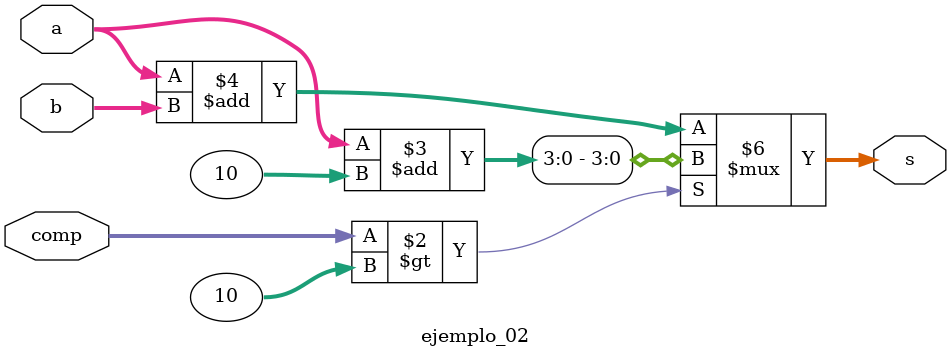
<source format=v>
module ejemplo_02 (
    input wire [3:0] a,
    input wire [3:0] b,
    input wire [3:0] comp,
    output reg [3:0] s
);
    
always @(*) begin
    
    if (comp > 10)
        s = a + 10;
    else
        s = a + b; 

end

endmodule
</source>
